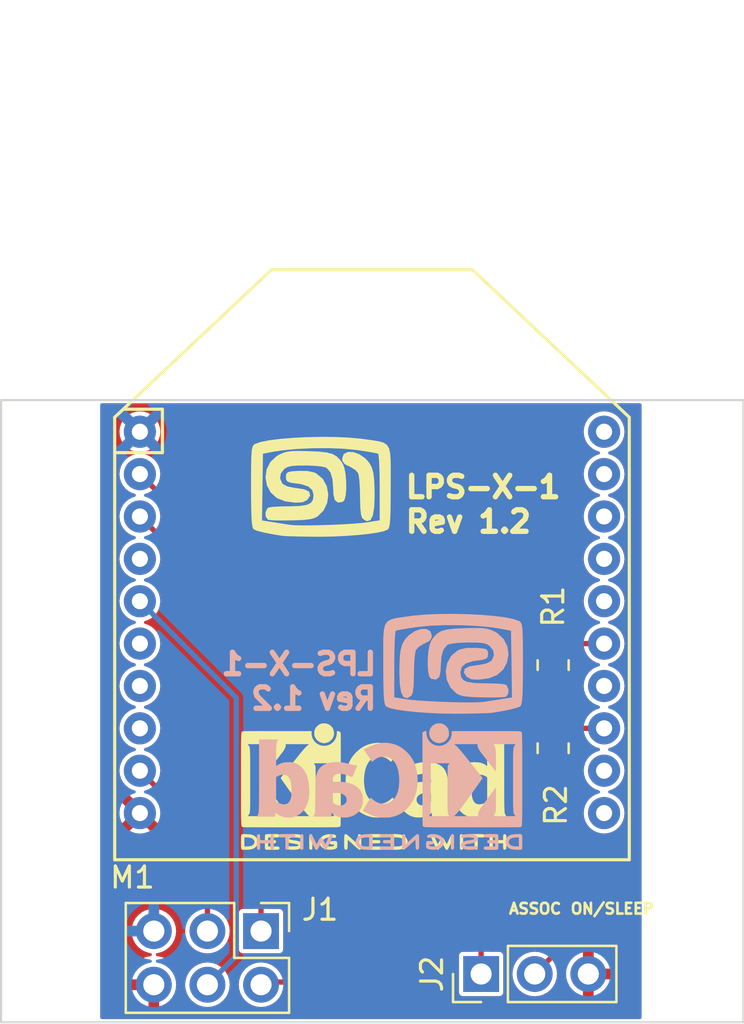
<source format=kicad_pcb>
(kicad_pcb (version 20240108) (generator "pcbnew") (generator_version "8.0")
  (title_block (title "LPS-X-1 Leawood Power Sensor XBee Adapter 1.") (date "2024-05-15") (rev "1.2"))
  (layers (0 "F.Cu" signal) (31 "B.Cu" signal) (34 "B.Paste" user) (35 "F.Paste" user) (36 "B.SilkS" user "B.Silkscreen") (37 "F.SilkS" user "F.Silkscreen") (38 "B.Mask" user) (39 "F.Mask" user) (44 "Edge.Cuts" user))
  (net 0 "")
  (net 1 "+3V3")
  (net 2 "/DOUT")
  (net 3 "/DIN")
  (net 4 "/~{RESET}")
  (net 5 "/~{SLEEP_REQ}")
  (net 6 "GND")
  (net 7 "/ON{slash}SLEEP")
  (net 8 "/ASSOCIATE")
  (net 21 "Net-(M1-ON{slash}SLEEP)")
  (net 22 "Net-(M1-Associate{slash}DIO5{slash}AD5)")
  (footprint "MountingHole:MountingHole_2.7mm_M2.5_DIN965" (layer "F.Cu") (at 120.65 56.388)
    (property "Reference" "H1" (hide yes))
    (property "Value" "MountingHole" (hide yes))
    (pad "" np_thru_hole circle (at 0 0) (size 2.7 2.7) (drill 2.7) (layers "*.Cu" "*.Mask"))
  )
  (footprint "XBee-Adapter:XBEE_S2C" (layer "F.Cu") (at 135.5598 55.0926)
    (property "Reference" "M1" (at -11.3538 21.1074 0) (layer "F.SilkS"))
    (property "Value" "DIGI_XBEE" (hide yes))
    (pad "1" thru_hole circle (at -10.9982 0) (size 1.524 1.524) (drill 0.762) (layers "*.Cu" "*.Mask") (net 1 "+3V3"))
    (pad "2" thru_hole circle (at -10.9982 2.0066) (size 1.524 1.524) (drill 0.762) (layers "*.Cu" "*.Mask") (net 2 "/DOUT"))
    (pad "3" thru_hole circle (at -10.9982 4.0132) (size 1.524 1.524) (drill 0.762) (layers "*.Cu" "*.Mask") (net 3 "/DIN"))
    (pad "4" thru_hole circle (at -10.9982 6.0198) (size 1.524 1.524) (drill 0.762) (layers "*.Cu" "*.Mask"))
    (pad "5" thru_hole circle (at -10.9982 8.0264) (size 1.524 1.524) (drill 0.762) (layers "*.Cu" "*.Mask") (net 4 "/~{RESET}"))
    (pad "6" thru_hole circle (at -10.9982 10.033) (size 1.524 1.524) (drill 0.762) (layers "*.Cu" "*.Mask"))
    (pad "7" thru_hole circle (at -10.9982 12.0396) (size 1.524 1.524) (drill 0.762) (layers "*.Cu" "*.Mask"))
    (pad "8" thru_hole circle (at -10.9982 14.0462) (size 1.524 1.524) (drill 0.762) (layers "*.Cu" "*.Mask"))
    (pad "9" thru_hole circle (at -10.9982 16.0528) (size 1.524 1.524) (drill 0.762) (layers "*.Cu" "*.Mask") (net 5 "/~{SLEEP_REQ}"))
    (pad "10" thru_hole circle (at -10.9982 18.0594) (size 1.524 1.524) (drill 0.762) (layers "*.Cu" "*.Mask") (net 6 "GND"))
    (pad "11" thru_hole circle (at 10.9982 18.0594) (size 1.524 1.524) (drill 0.762) (layers "*.Cu" "*.Mask"))
    (pad "12" thru_hole circle (at 10.9982 16.0528) (size 1.524 1.524) (drill 0.762) (layers "*.Cu" "*.Mask"))
    (pad "13" thru_hole circle (at 10.9982 14.0462) (size 1.524 1.524) (drill 0.762) (layers "*.Cu" "*.Mask") (net 21 "Net-(M1-ON{slash}SLEEP)"))
    (pad "14" thru_hole circle (at 10.9982 12.0396) (size 1.524 1.524) (drill 0.762) (layers "*.Cu" "*.Mask"))
    (pad "15" thru_hole circle (at 10.9982 10.033) (size 1.524 1.524) (drill 0.762) (layers "*.Cu" "*.Mask") (net 22 "Net-(M1-Associate{slash}DIO5{slash}AD5)"))
    (pad "16" thru_hole circle (at 10.9982 8.0264) (size 1.524 1.524) (drill 0.762) (layers "*.Cu" "*.Mask"))
    (pad "17" thru_hole circle (at 10.9982 6.0198) (size 1.524 1.524) (drill 0.762) (layers "*.Cu" "*.Mask"))
    (pad "18" thru_hole circle (at 10.9982 4.0132) (size 1.524 1.524) (drill 0.762) (layers "*.Cu" "*.Mask"))
    (pad "19" thru_hole circle (at 10.9982 2.0066) (size 1.524 1.524) (drill 0.762) (layers "*.Cu" "*.Mask"))
    (pad "20" thru_hole circle (at 10.9982 0) (size 1.524 1.524) (drill 0.762) (layers "*.Cu" "*.Mask"))
  )
  (footprint "Symbol:KiCad-Logo2_5mm_SilkScreen" (layer "F.Cu") (at 135.636 71.882)
    (property "Reference" "Lg1" (hide yes))
    (property "Value" "logo" (hide yes))
  )
  (footprint "MountingHole:MountingHole_2.7mm_M2.5_DIN965" (layer "F.Cu") (at 150.495 56.388)
    (property "Reference" "H4" (hide yes))
    (property "Value" "MountingHole" (hide yes))
    (pad "" np_thru_hole circle (at 0 0) (size 2.7 2.7) (drill 2.7) (layers "*.Cu" "*.Mask"))
  )
  (footprint "sjm-mechanical:Board Ref" (layer "F.Cu") (at 124.587 55.118)
    (property "Reference" "Brd1" (hide yes))
    (property "Value" "board" (hide yes))
  )
  (footprint "Resistor_SMD:R_0805_2012Metric" (layer "F.Cu") (at 144.145 70.0805 -90)
    (property "Reference" "R2" (at 2.6905 -0.127 90) (layer "F.SilkS"))
    (property "Value" "270Ω" (hide yes))
    (pad "1" smd roundrect (at -0.9125 0 270) (size 1.025 1.4) (layers "F.Cu" "F.Paste" "F.Mask") (roundrect_rratio 0.243902) (net 21 "Net-(M1-ON{slash}SLEEP)"))
    (pad "2" smd roundrect (at 0.9125 0 270) (size 1.025 1.4) (layers "F.Cu" "F.Paste" "F.Mask") (roundrect_rratio 0.243902) (net 7 "/ON{slash}SLEEP"))
  )
  (footprint "Connector_PinHeader_2.54mm:PinHeader_2x03_P2.54mm_Vertical" (layer "F.Cu") (at 130.302 78.74 -90)
    (property "Reference" "J1" (at -1.016 -2.794 180) (layer "F.SilkS"))
    (property "Value" "MCU")
    (pad "1" thru_hole rect (at 0 0 270) (size 1.7 1.7) (drill 1) (layers "*.Cu" "*.Mask") (net 3 "/DIN"))
    (pad "2" thru_hole oval (at 2.54 0 270) (size 1.7 1.7) (drill 1) (layers "*.Cu" "*.Mask") (net 2 "/DOUT"))
    (pad "3" thru_hole oval (at 0 2.54 270) (size 1.7 1.7) (drill 1) (layers "*.Cu" "*.Mask") (net 5 "/~{SLEEP_REQ}"))
    (pad "4" thru_hole oval (at 2.54 2.54 270) (size 1.7 1.7) (drill 1) (layers "*.Cu" "*.Mask") (net 4 "/~{RESET}"))
    (pad "5" thru_hole oval (at 0 5.08 270) (size 1.7 1.7) (drill 1) (layers "*.Cu" "*.Mask") (net 1 "+3V3"))
    (pad "6" thru_hole oval (at 2.54 5.08 270) (size 1.7 1.7) (drill 1) (layers "*.Cu" "*.Mask") (net 6 "GND"))
  )
  (footprint "Connector_PinHeader_2.54mm:PinHeader_1x03_P2.54mm_Vertical" (layer "F.Cu") (at 140.731 80.772 90)
    (property "Reference" "J2" (at 0 -2.33 90) (layer "F.SilkS"))
    (property "Value" "Indicator" (hide yes))
    (pad "1" thru_hole rect (at 0 0 90) (size 1.7 1.7) (drill 1) (layers "*.Cu" "*.Mask") (net 8 "/ASSOCIATE"))
    (pad "2" thru_hole oval (at 0 2.54 90) (size 1.7 1.7) (drill 1) (layers "*.Cu" "*.Mask") (net 7 "/ON{slash}SLEEP"))
    (pad "3" thru_hole oval (at 0 5.08 90) (size 1.7 1.7) (drill 1) (layers "*.Cu" "*.Mask") (net 6 "GND"))
  )
  (footprint "MountingHole:MountingHole_2.7mm_M2.5_DIN965" (layer "F.Cu") (at 120.65 80.264)
    (property "Reference" "H2" (hide yes))
    (property "Value" "MountingHole" (hide yes))
    (pad "" np_thru_hole circle (at 0 0) (size 2.7 2.7) (drill 2.7) (layers "*.Cu" "*.Mask"))
  )
  (footprint "Resistor_SMD:R_0805_2012Metric" (layer "F.Cu") (at 144.145 66.1435 -90)
    (property "Reference" "R1" (at -2.7705 0 90) (layer "F.SilkS"))
    (property "Value" "270Ω" (hide yes))
    (pad "1" smd roundrect (at -0.9125 0 270) (size 1.025 1.4) (layers "F.Cu" "F.Paste" "F.Mask") (roundrect_rratio 0.243902) (net 22 "Net-(M1-Associate{slash}DIO5{slash}AD5)"))
    (pad "2" smd roundrect (at 0.9125 0 270) (size 1.025 1.4) (layers "F.Cu" "F.Paste" "F.Mask") (roundrect_rratio 0.243902) (net 8 "/ASSOCIATE"))
  )
  (footprint "MountingHole:MountingHole_2.7mm_M2.5_DIN965" (layer "F.Cu") (at 150.495 80.264)
    (property "Reference" "H3" (hide yes))
    (property "Value" "MountingHole" (hide yes))
    (pad "" np_thru_hole circle (at 0 0) (size 2.7 2.7) (drill 2.7) (layers "*.Cu" "*.Mask"))
  )
  (footprint "sjm-mechanical:MyBasic_rounded_50_1" (layer "F.Cu") (at 133.096 57.658)
    (property "Reference" "Lg2" (hide yes))
    (property "Value" "logo" (hide yes))
  )
  (footprint "Symbol:KiCad-Logo2_5mm_SilkScreen" (layer "B.Cu") (at 136.398 71.882 180)
    (property "Reference" "Lg3" (hide yes))
    (property "Value" "logo" (hide yes))
  )
  (footprint "sjm-mechanical:MyBasic_rounded_50_1" (layer "B.Cu") (at 139.446 66.04 180)
    (property "Reference" "Lg4" (hide yes))
    (property "Value" "logo" (hide yes))
  )
  (gr_rect (start 117.983 53.594) (end 153.162 83.058) (stroke (width 0.1)) (fill none) (layer "Edge.Cuts"))
  (gr_text "LPS-X-1 \nRev 1.2" (at 135.89 68.326 0) (layer "B.SilkS") (effects (font (size 1.016 1.016) (thickness 0.254) (bold yes)) (justify left bottom mirror)))
  (gr_text "LPS-X-1 \nRev 1.2" (at 137.033 59.944 0) (layer "F.SilkS") (effects (font (size 1.016 1.016) (thickness 0.254) (bold yes)) (justify left bottom)))
  (gr_text "ON/SLEEP" (at 144.907 77.978 0) (layer "F.SilkS") (effects (font (size 0.508 0.508) (thickness 0.127)) (justify left bottom)))
  (gr_text "ASSOC" (at 141.986 77.978 0) (layer "F.SilkS") (effects (font (size 0.508 0.508) (thickness 0.127)) (justify left bottom)))
  (segment (start 130.302 81.28) (end 130.302 81.153) (width 0.25) (layer "F.Cu") (net 2))
  (segment (start 133.35 65.8876) (end 124.5616 57.0992) (width 0.25) (layer "F.Cu") (net 2))
  (segment (start 130.302 81.153) (end 132.08 81.153) (width 0.25) (layer "F.Cu") (net 2))
  (segment (start 133.35 79.883) (end 133.35 65.8876) (width 0.25) (layer "F.Cu") (net 2))
  (segment (start 132.08 81.153) (end 133.35 79.883) (width 0.25) (layer "F.Cu") (net 2))
  (segment (start 130.302 78.74) (end 130.302 64.8462) (width 0.25) (layer "F.Cu") (net 3))
  (segment (start 130.302 64.8462) (end 124.5616 59.1058) (width 0.25) (layer "F.Cu") (net 3))
  (segment (start 127.762 81.28) (end 129.127 79.915) (width 0.25) (layer "B.Cu") (net 4))
  (segment (start 129.127 79.915) (end 129.127 67.6844) (width 0.25) (layer "B.Cu") (net 4))
  (segment (start 129.127 67.6844) (end 124.5616 63.119) (width 0.25) (layer "B.Cu") (net 4))
  (segment (start 127.762 74.3458) (end 124.5616 71.1454) (width 0.25) (layer "F.Cu") (net 5))
  (segment (start 127.762 78.74) (end 127.762 74.3458) (width 0.25) (layer "F.Cu") (net 5))
  (segment (start 144.145 79.898) (end 143.271 80.772) (width 0.25) (layer "F.Cu") (net 7))
  (segment (start 144.145 70.993) (end 144.145 79.898) (width 0.25) (layer "F.Cu") (net 7))
  (segment (start 144.145 67.056) (end 140.731 70.47) (width 0.25) (layer "F.Cu") (net 8))
  (segment (start 140.731 70.47) (end 140.731 80.772) (width 0.25) (layer "F.Cu") (net 8))
  (segment (start 144.1742 69.1388) (end 144.145 69.168) (width 0.25) (layer "F.Cu") (net 21))
  (segment (start 146.558 69.1388) (end 144.1742 69.1388) (width 0.25) (layer "F.Cu") (net 21))
  (segment (start 144.2504 65.1256) (end 144.145 65.231) (width 0.25) (layer "F.Cu") (net 22))
  (segment (start 146.558 65.1256) (end 144.2504 65.1256) (width 0.25) (layer "F.Cu") (net 22))
  (zone (net 6) (net_name "GND") (layer "F.Cu") (connect_pads (clearance 0.1524)) (min_thickness 0.1524) (fill yes (thermal_gap 0.508) (thermal_bridge_width 0.508))
    (polygon (pts (xy 122.682 53.594) (xy 148.336 53.594) (xy 148.336 83.058) (xy 122.682 83.058)))
  )
  (zone (net 1) (net_name "+3V3") (layer "B.Cu") (priority 1) (connect_pads (clearance 0.1524)) (min_thickness 0.1524) (fill yes (thermal_gap 0.508) (thermal_bridge_width 0.508))
    (polygon (pts (xy 122.682 53.594) (xy 148.336 53.594) (xy 148.336 83.058) (xy 122.682 83.058)))
  )
)
</source>
